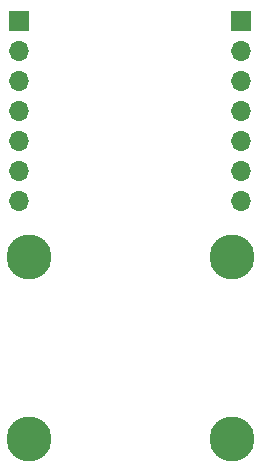
<source format=gbr>
%TF.GenerationSoftware,KiCad,Pcbnew,(6.0.7)*%
%TF.CreationDate,2022-10-21T23:48:18+08:00*%
%TF.ProjectId,pcb_rear,7063625f-7265-4617-922e-6b696361645f,rev?*%
%TF.SameCoordinates,Original*%
%TF.FileFunction,Soldermask,Bot*%
%TF.FilePolarity,Negative*%
%FSLAX46Y46*%
G04 Gerber Fmt 4.6, Leading zero omitted, Abs format (unit mm)*
G04 Created by KiCad (PCBNEW (6.0.7)) date 2022-10-21 23:48:18*
%MOMM*%
%LPD*%
G01*
G04 APERTURE LIST*
%ADD10C,3.800000*%
%ADD11R,1.700000X1.700000*%
%ADD12O,1.700000X1.700000*%
G04 APERTURE END LIST*
D10*
%TO.C,H1*%
X-8600000Y-12400000D03*
%TD*%
D11*
%TO.C,J1*%
X-9400000Y7620000D03*
D12*
X-9400000Y5080000D03*
X-9400000Y2540000D03*
X-9400000Y0D03*
X-9400000Y-2540000D03*
X-9400000Y-5080000D03*
X-9400000Y-7620000D03*
%TD*%
D11*
%TO.C,J2*%
X9400000Y7600000D03*
D12*
X9400000Y5060000D03*
X9400000Y2520000D03*
X9400000Y-20000D03*
X9400000Y-2560000D03*
X9400000Y-5100000D03*
X9400000Y-7640000D03*
%TD*%
D10*
%TO.C,H2*%
X8600000Y-12400000D03*
%TD*%
%TO.C,H4*%
X-8600000Y-27800000D03*
%TD*%
%TO.C,H3*%
X8600000Y-27800000D03*
%TD*%
M02*

</source>
